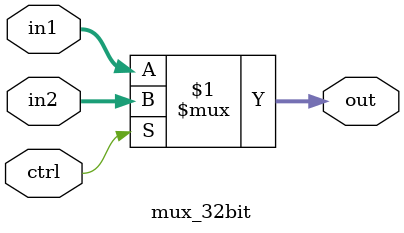
<source format=v>
module mux_32bit(in1,in2,ctrl,out);
	input [31:0] in1, in2;
	input ctrl;
	output [31:0] out;
	
	assign out = ctrl ? in2 : in1;
endmodule
</source>
